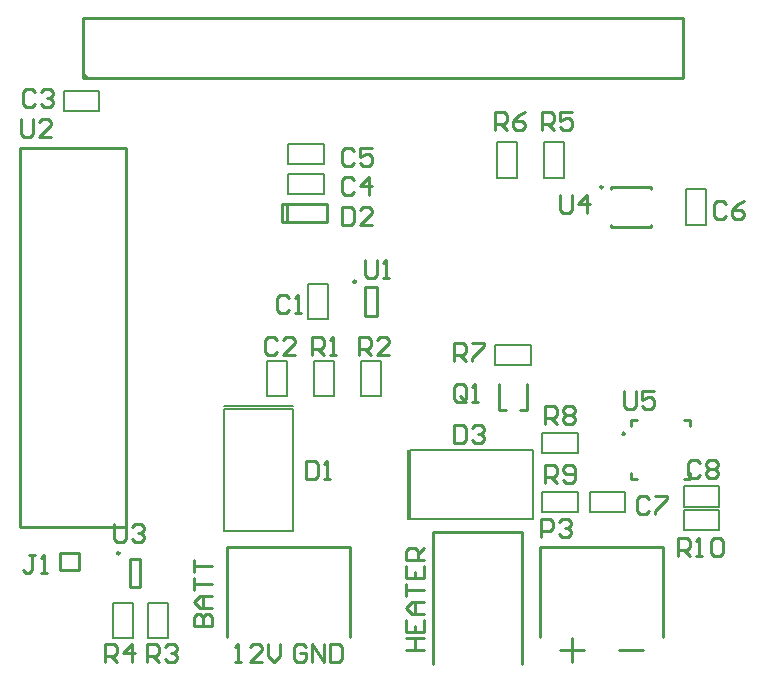
<source format=gto>
G04*
G04 #@! TF.GenerationSoftware,Altium Limited,CircuitStudio,1.5.2 (30)*
G04*
G04 Layer_Color=15065295*
%FSLAX25Y25*%
%MOIN*%
G70*
G01*
G75*
%ADD43C,0.01000*%
%ADD44C,0.00500*%
D43*
X526661Y646953D02*
G03*
X526661Y646953I-394J0D01*
G01*
X358157Y607189D02*
G03*
X358157Y607189I-394J0D01*
G01*
X436898Y697740D02*
G03*
X436898Y697740I-394J0D01*
G01*
X519181Y729236D02*
G03*
X519181Y729236I-394J0D01*
G01*
X508945Y570968D02*
Y578842D01*
X505008Y574905D02*
X512882D01*
X524693D02*
X532567D01*
X528630Y649709D02*
Y651677D01*
X530598D01*
X528630Y631992D02*
Y633961D01*
Y631992D02*
X530598D01*
X546347D02*
X548315D01*
Y633961D01*
Y649709D02*
Y651677D01*
X546347D02*
X548315D01*
X539260Y579236D02*
Y609158D01*
X498315D02*
X539260D01*
X498315Y579236D02*
Y609158D01*
X361701Y595772D02*
Y605221D01*
Y595772D02*
X364850D01*
Y605221D01*
X361701D02*
X364850D01*
X434929Y579236D02*
Y609158D01*
X393984D02*
X434929D01*
X393984Y579236D02*
Y609158D01*
X443984Y686323D02*
Y695772D01*
X440047D02*
X443984D01*
X440047Y686323D02*
Y695772D01*
Y686323D02*
X443984D01*
X324890Y616047D02*
X360323D01*
Y742425D01*
X324890Y711520D02*
Y742425D01*
X360323D01*
X324890Y616047D02*
Y711520D01*
X412488Y717622D02*
X413866D01*
X412488D02*
Y723528D01*
X413866D01*
X427252D01*
Y717622D02*
Y723528D01*
X413866Y717622D02*
X427252D01*
X413866D02*
Y723528D01*
X338472Y601677D02*
Y607189D01*
Y601677D02*
X344772D01*
Y607189D01*
X338472D02*
X344772D01*
X521937Y728449D02*
Y729236D01*
X535323D01*
Y728449D02*
Y729236D01*
X521937Y715850D02*
Y716638D01*
Y715850D02*
X535323D01*
Y716638D01*
X491622Y654827D02*
X493984D01*
Y663488D01*
X484535Y654827D02*
Y663488D01*
Y654827D02*
X486898D01*
X345953Y767193D02*
X347453Y765693D01*
X345953D02*
Y785693D01*
Y765693D02*
X545953D01*
Y785693D01*
X345953D02*
X545953D01*
X462685Y570181D02*
Y614276D01*
X492213D01*
Y570181D02*
Y614276D01*
X544378Y606402D02*
Y612400D01*
X547377D01*
X548377Y611400D01*
Y609401D01*
X547377Y608401D01*
X544378D01*
X546377D02*
X548377Y606402D01*
X550376D02*
X552375D01*
X551376D01*
Y612400D01*
X550376Y611400D01*
X555374D02*
X556374Y612400D01*
X558373D01*
X559373Y611400D01*
Y607401D01*
X558373Y606402D01*
X556374D01*
X555374Y607401D01*
Y611400D01*
X534597Y625179D02*
X533598Y626179D01*
X531598D01*
X530598Y625179D01*
Y621181D01*
X531598Y620181D01*
X533598D01*
X534597Y621181D01*
X536596Y626179D02*
X540595D01*
Y625179D01*
X536596Y621181D01*
Y620181D01*
X551499Y637398D02*
X550499Y638398D01*
X548500D01*
X547500Y637398D01*
Y633400D01*
X548500Y632400D01*
X550499D01*
X551499Y633400D01*
X553498Y637398D02*
X554498Y638398D01*
X556497D01*
X557497Y637398D01*
Y636399D01*
X556497Y635399D01*
X557497Y634399D01*
Y633400D01*
X556497Y632400D01*
X554498D01*
X553498Y633400D01*
Y634399D01*
X554498Y635399D01*
X553498Y636399D01*
Y637398D01*
X554498Y635399D02*
X556497D01*
X526422Y661183D02*
Y656184D01*
X527422Y655185D01*
X529422D01*
X530421Y656184D01*
Y661183D01*
X536419D02*
X532420D01*
Y658184D01*
X534420Y659183D01*
X535420D01*
X536419Y658184D01*
Y656184D01*
X535420Y655185D01*
X533420D01*
X532420Y656184D01*
X499900Y650400D02*
Y656398D01*
X502899D01*
X503899Y655398D01*
Y653399D01*
X502899Y652399D01*
X499900D01*
X501899D02*
X503899Y650400D01*
X505898Y655398D02*
X506898Y656398D01*
X508897D01*
X509897Y655398D01*
Y654399D01*
X508897Y653399D01*
X509897Y652399D01*
Y651400D01*
X508897Y650400D01*
X506898D01*
X505898Y651400D01*
Y652399D01*
X506898Y653399D01*
X505898Y654399D01*
Y655398D01*
X506898Y653399D02*
X508897D01*
X499900Y630731D02*
Y636730D01*
X502899D01*
X503899Y635730D01*
Y633731D01*
X502899Y632731D01*
X499900D01*
X501899D02*
X503899Y630731D01*
X505898Y631731D02*
X506898Y630731D01*
X508897D01*
X509897Y631731D01*
Y635730D01*
X508897Y636730D01*
X506898D01*
X505898Y635730D01*
Y634730D01*
X506898Y633731D01*
X509897D01*
X498826Y612674D02*
Y618672D01*
X501825D01*
X502825Y617672D01*
Y615673D01*
X501825Y614673D01*
X498826D01*
X504824Y617672D02*
X505824Y618672D01*
X507823D01*
X508823Y617672D01*
Y616673D01*
X507823Y615673D01*
X506823D01*
X507823D01*
X508823Y614673D01*
Y613674D01*
X507823Y612674D01*
X505824D01*
X504824Y613674D01*
X356426Y617044D02*
Y612046D01*
X357425Y611046D01*
X359425D01*
X360424Y612046D01*
Y617044D01*
X362424Y616044D02*
X363423Y617044D01*
X365423D01*
X366422Y616044D01*
Y615045D01*
X365423Y614045D01*
X364423D01*
X365423D01*
X366422Y613045D01*
Y612046D01*
X365423Y611046D01*
X363423D01*
X362424Y612046D01*
X505008Y726573D02*
Y721574D01*
X506008Y720575D01*
X508007D01*
X509007Y721574D01*
Y726573D01*
X514005Y720575D02*
Y726573D01*
X511006Y723574D01*
X515005D01*
X325414Y751884D02*
Y746886D01*
X326413Y745886D01*
X328413D01*
X329413Y746886D01*
Y751884D01*
X335411Y745886D02*
X331412D01*
X335411Y749885D01*
Y750885D01*
X334411Y751884D01*
X332412D01*
X331412Y750885D01*
X440047Y704919D02*
Y699921D01*
X441047Y698921D01*
X443046D01*
X444046Y699921D01*
Y704919D01*
X446045Y698921D02*
X448045D01*
X447045D01*
Y704919D01*
X446045Y703920D01*
X469575Y671362D02*
Y677360D01*
X472574D01*
X473573Y676361D01*
Y674361D01*
X472574Y673361D01*
X469575D01*
X471574D02*
X473573Y671362D01*
X475573Y677360D02*
X479572D01*
Y676361D01*
X475573Y672362D01*
Y671362D01*
X483354Y748134D02*
Y754132D01*
X486353D01*
X487353Y753132D01*
Y751133D01*
X486353Y750133D01*
X483354D01*
X485354D02*
X487353Y748134D01*
X493351Y754132D02*
X491352Y753132D01*
X489352Y751133D01*
Y749133D01*
X490352Y748134D01*
X492351D01*
X493351Y749133D01*
Y750133D01*
X492351Y751133D01*
X489352D01*
X499102Y748134D02*
Y754132D01*
X502101D01*
X503101Y753132D01*
Y751133D01*
X502101Y750133D01*
X499102D01*
X501102D02*
X503101Y748134D01*
X509099Y754132D02*
X505100D01*
Y751133D01*
X507100Y752133D01*
X508099D01*
X509099Y751133D01*
Y749133D01*
X508099Y748134D01*
X506100D01*
X505100Y749133D01*
X353433Y570968D02*
Y576967D01*
X356432D01*
X357432Y575967D01*
Y573968D01*
X356432Y572968D01*
X353433D01*
X355432D02*
X357432Y570968D01*
X362430D02*
Y576967D01*
X359431Y573968D01*
X363430D01*
X367213Y570968D02*
Y576967D01*
X370212D01*
X371211Y575967D01*
Y573968D01*
X370212Y572968D01*
X367213D01*
X369212D02*
X371211Y570968D01*
X373211Y575967D02*
X374210Y576967D01*
X376210D01*
X377209Y575967D01*
Y574967D01*
X376210Y573968D01*
X375210D01*
X376210D01*
X377209Y572968D01*
Y571968D01*
X376210Y570968D01*
X374210D01*
X373211Y571968D01*
X438079Y673331D02*
Y679329D01*
X441078D01*
X442077Y678329D01*
Y676330D01*
X441078Y675330D01*
X438079D01*
X440078D02*
X442077Y673331D01*
X448075D02*
X444077D01*
X448075Y677329D01*
Y678329D01*
X447076Y679329D01*
X445077D01*
X444077Y678329D01*
X422331Y673331D02*
Y679329D01*
X425330D01*
X426329Y678329D01*
Y676330D01*
X425330Y675330D01*
X422331D01*
X424330D02*
X426329Y673331D01*
X428329D02*
X430328D01*
X429328D01*
Y679329D01*
X428329Y678329D01*
X473573Y658582D02*
Y662581D01*
X472574Y663581D01*
X470575D01*
X469575Y662581D01*
Y658582D01*
X470575Y657583D01*
X472574D01*
X471574Y659582D02*
X473573Y657583D01*
X472574D02*
X473573Y658582D01*
X475573Y657583D02*
X477572D01*
X476573D01*
Y663581D01*
X475573Y662581D01*
X329873Y606494D02*
X327873D01*
X328873D01*
Y601496D01*
X327873Y600496D01*
X326874D01*
X325874Y601496D01*
X331872Y600496D02*
X333871D01*
X332872D01*
Y606494D01*
X331872Y605494D01*
X469575Y649801D02*
Y643803D01*
X472574D01*
X473573Y644803D01*
Y648802D01*
X472574Y649801D01*
X469575D01*
X475573Y648802D02*
X476573Y649801D01*
X478572D01*
X479572Y648802D01*
Y647802D01*
X478572Y646802D01*
X477572D01*
X478572D01*
X479572Y645802D01*
Y644803D01*
X478572Y643803D01*
X476573D01*
X475573Y644803D01*
X432173Y722636D02*
Y716638D01*
X435172D01*
X436172Y717637D01*
Y721636D01*
X435172Y722636D01*
X432173D01*
X442170Y716638D02*
X438171D01*
X442170Y720637D01*
Y721636D01*
X441170Y722636D01*
X439171D01*
X438171Y721636D01*
X420362Y637990D02*
Y631992D01*
X423361D01*
X424361Y632992D01*
Y636990D01*
X423361Y637990D01*
X420362D01*
X426360Y631992D02*
X428360D01*
X427360D01*
Y637990D01*
X426360Y636990D01*
X560188Y723605D02*
X559188Y724604D01*
X557189D01*
X556189Y723605D01*
Y719606D01*
X557189Y718606D01*
X559188D01*
X560188Y719606D01*
X566186Y724604D02*
X564186Y723605D01*
X562187Y721605D01*
Y719606D01*
X563187Y718606D01*
X565186D01*
X566186Y719606D01*
Y720606D01*
X565186Y721605D01*
X562187D01*
X436172Y741321D02*
X435172Y742321D01*
X433173D01*
X432173Y741321D01*
Y737323D01*
X433173Y736323D01*
X435172D01*
X436172Y737323D01*
X442170Y742321D02*
X438171D01*
Y739322D01*
X440171Y740321D01*
X441170D01*
X442170Y739322D01*
Y737323D01*
X441170Y736323D01*
X439171D01*
X438171Y737323D01*
X436172Y731479D02*
X435172Y732478D01*
X433173D01*
X432173Y731479D01*
Y727480D01*
X433173Y726480D01*
X435172D01*
X436172Y727480D01*
X441170Y726480D02*
Y732478D01*
X438171Y729479D01*
X442170D01*
X329873Y761006D02*
X328873Y762006D01*
X326874D01*
X325874Y761006D01*
Y757008D01*
X326874Y756008D01*
X328873D01*
X329873Y757008D01*
X331872Y761006D02*
X332872Y762006D01*
X334871D01*
X335871Y761006D01*
Y760007D01*
X334871Y759007D01*
X333871D01*
X334871D01*
X335871Y758007D01*
Y757008D01*
X334871Y756008D01*
X332872D01*
X331872Y757008D01*
X410581Y678329D02*
X409582Y679329D01*
X407582D01*
X406583Y678329D01*
Y674330D01*
X407582Y673331D01*
X409582D01*
X410581Y674330D01*
X416579Y673331D02*
X412581D01*
X416579Y677329D01*
Y678329D01*
X415580Y679329D01*
X413580D01*
X412581Y678329D01*
X414518Y692109D02*
X413519Y693108D01*
X411519D01*
X410520Y692109D01*
Y688110D01*
X411519Y687110D01*
X413519D01*
X414518Y688110D01*
X416518Y687110D02*
X418517D01*
X417517D01*
Y693108D01*
X416518Y692109D01*
X453734Y574905D02*
X459732D01*
X456733D01*
Y578904D01*
X453734D01*
X459732D01*
X453734Y584902D02*
Y580904D01*
X459732D01*
Y584902D01*
X456733Y580904D02*
Y582903D01*
X459732Y586902D02*
X455734D01*
X453734Y588901D01*
X455734Y590900D01*
X459732D01*
X456733D01*
Y586902D01*
X453734Y592900D02*
Y596898D01*
Y594899D01*
X459732D01*
X453734Y602896D02*
Y598898D01*
X459732D01*
Y602896D01*
X456733Y598898D02*
Y600897D01*
X459732Y604896D02*
X453734D01*
Y607895D01*
X454734Y608894D01*
X456733D01*
X457733Y607895D01*
Y604896D01*
Y606895D02*
X459732Y608894D01*
X382868Y582780D02*
X388866D01*
Y585779D01*
X387866Y586778D01*
X386867D01*
X385867Y585779D01*
Y582780D01*
Y585779D01*
X384867Y586778D01*
X383868D01*
X382868Y585779D01*
Y582780D01*
X388866Y588778D02*
X384867D01*
X382868Y590777D01*
X384867Y592776D01*
X388866D01*
X385867D01*
Y588778D01*
X382868Y594776D02*
Y598774D01*
Y596775D01*
X388866D01*
X382868Y600774D02*
Y604772D01*
Y602773D01*
X388866D01*
X420424Y575967D02*
X419424Y576967D01*
X417425D01*
X416425Y575967D01*
Y571968D01*
X417425Y570968D01*
X419424D01*
X420424Y571968D01*
Y573968D01*
X418425D01*
X422423Y570968D02*
Y576967D01*
X426422Y570968D01*
Y576967D01*
X428421D02*
Y570968D01*
X431420D01*
X432420Y571968D01*
Y575967D01*
X431420Y576967D01*
X428421D01*
X396740Y570968D02*
X398740D01*
X397740D01*
Y576967D01*
X396740Y575967D01*
X405737Y570968D02*
X401739D01*
X405737Y574967D01*
Y575967D01*
X404738Y576967D01*
X402738D01*
X401739Y575967D01*
X407737Y576967D02*
Y572968D01*
X409736Y570968D01*
X411735Y572968D01*
Y576967D01*
D44*
X420953Y685142D02*
X427646D01*
X420953D02*
Y696953D01*
X427646Y685142D02*
Y696953D01*
X420953D02*
X427646D01*
X407173Y659551D02*
X413866D01*
X407173D02*
Y671362D01*
X413866Y659551D02*
Y671362D01*
X407173D02*
X413866D01*
X351465Y754630D02*
Y761323D01*
X339653Y754630D02*
X351465D01*
X339653Y761323D02*
X351465D01*
X339653Y754630D02*
Y761323D01*
X414457Y727071D02*
Y733764D01*
X426268D01*
X414457Y727071D02*
X426268D01*
Y733764D01*
Y736913D02*
Y743606D01*
X414457Y736913D02*
X426268D01*
X414457Y743606D02*
X426268D01*
X414457Y736913D02*
Y743606D01*
X546937Y728449D02*
X553630D01*
Y716638D02*
Y728449D01*
X546937Y716638D02*
Y728449D01*
Y716638D02*
X553630D01*
X526661Y620772D02*
Y627465D01*
X514850Y620772D02*
X526661D01*
X514850Y627465D02*
X526661D01*
X514850Y620772D02*
Y627465D01*
X546347Y622740D02*
Y629433D01*
X558157D01*
X546347Y622740D02*
X558157D01*
Y629433D01*
Y614866D02*
Y621559D01*
X546347Y614866D02*
X558157D01*
X546347Y621559D02*
X558157D01*
X546347Y614866D02*
Y621559D01*
X499102Y640457D02*
Y647150D01*
X510913D01*
X499102Y640457D02*
X510913D01*
Y647150D01*
X499102Y620772D02*
Y627465D01*
X510913D01*
X499102Y620772D02*
X510913D01*
Y627465D01*
X422921Y659551D02*
X429614D01*
X422921D02*
Y671362D01*
X429614Y659551D02*
Y671362D01*
X422921D02*
X429614D01*
X438669D02*
X445362D01*
Y659551D02*
Y671362D01*
X438669Y659551D02*
Y671362D01*
Y659551D02*
X445362D01*
X393118Y656205D02*
X416110D01*
X393118Y614571D02*
X416110D01*
X393118D02*
Y655319D01*
X416110Y614571D02*
Y655319D01*
X393118D02*
X416110D01*
X367803Y590654D02*
X374496D01*
Y578842D02*
Y590654D01*
X367803Y578842D02*
Y590654D01*
Y578842D02*
X374496D01*
X355992D02*
X362685D01*
X355992D02*
Y590654D01*
X362685Y578842D02*
Y590654D01*
X355992D02*
X362685D01*
X483945Y744197D02*
X490638D01*
Y732386D02*
Y744197D01*
X483945Y732386D02*
Y744197D01*
Y732386D02*
X490638D01*
X499693Y744197D02*
X506386D01*
Y732386D02*
Y744197D01*
X499693Y732386D02*
Y744197D01*
Y732386D02*
X506386D01*
X454220Y618528D02*
Y641520D01*
X495854Y618528D02*
Y641520D01*
X455106Y618528D02*
X495854D01*
X455106Y641520D02*
X495854D01*
X455106Y618528D02*
Y641520D01*
X495165Y669984D02*
Y676677D01*
X483354Y669984D02*
X495165D01*
X483354Y676677D02*
X495165D01*
X483354Y669984D02*
Y676677D01*
M02*

</source>
